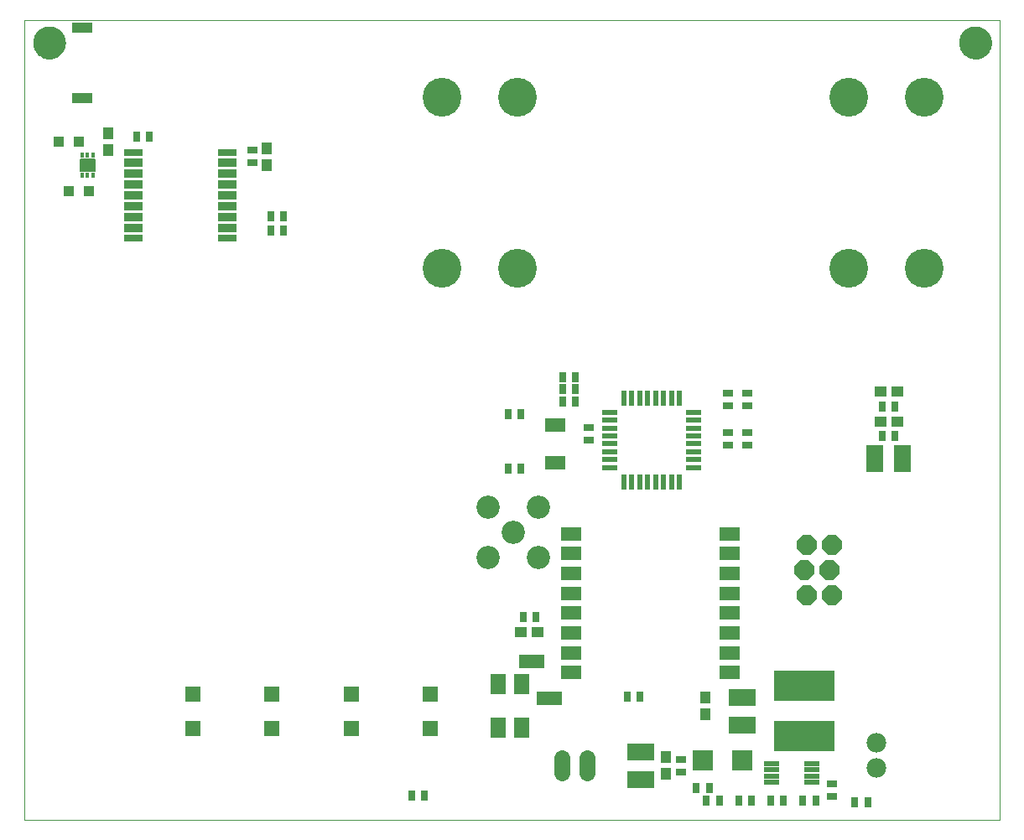
<source format=gts>
G75*
%MOIN*%
%OFA0B0*%
%FSLAX24Y24*%
%IPPOS*%
%LPD*%
%AMOC8*
5,1,8,0,0,1.08239X$1,22.5*
%
%ADD10C,0.0000*%
%ADD11C,0.1300*%
%ADD12R,0.0620X0.0240*%
%ADD13R,0.0240X0.0620*%
%ADD14R,0.0827X0.0434*%
%ADD15R,0.0827X0.0552*%
%ADD16R,0.0749X0.0355*%
%ADD17R,0.0749X0.0316*%
%ADD18C,0.0926*%
%ADD19R,0.0631X0.0631*%
%ADD20R,0.0394X0.0316*%
%ADD21R,0.0316X0.0394*%
%ADD22R,0.0434X0.0434*%
%ADD23R,0.0434X0.0473*%
%ADD24R,0.0473X0.0434*%
%ADD25R,0.1103X0.0670*%
%ADD26C,0.1540*%
%ADD27OC8,0.0780*%
%ADD28R,0.0640X0.0220*%
%ADD29R,0.0827X0.0827*%
%ADD30R,0.0150X0.0237*%
%ADD31C,0.0054*%
%ADD32C,0.0780*%
%ADD33R,0.2402X0.1221*%
%ADD34R,0.0670X0.1103*%
%ADD35R,0.1040X0.0540*%
%ADD36R,0.0591X0.0788*%
%ADD37C,0.0640*%
D10*
X000574Y000251D02*
X000574Y032054D01*
X039341Y032054D01*
X039341Y000251D01*
X000574Y000251D01*
X000928Y031156D02*
X000930Y031206D01*
X000936Y031256D01*
X000946Y031305D01*
X000960Y031353D01*
X000977Y031400D01*
X000998Y031445D01*
X001023Y031489D01*
X001051Y031530D01*
X001083Y031569D01*
X001117Y031606D01*
X001154Y031640D01*
X001194Y031670D01*
X001236Y031697D01*
X001280Y031721D01*
X001326Y031742D01*
X001373Y031758D01*
X001421Y031771D01*
X001471Y031780D01*
X001520Y031785D01*
X001571Y031786D01*
X001621Y031783D01*
X001670Y031776D01*
X001719Y031765D01*
X001767Y031750D01*
X001813Y031732D01*
X001858Y031710D01*
X001901Y031684D01*
X001942Y031655D01*
X001981Y031623D01*
X002017Y031588D01*
X002049Y031550D01*
X002079Y031510D01*
X002106Y031467D01*
X002129Y031423D01*
X002148Y031377D01*
X002164Y031329D01*
X002176Y031280D01*
X002184Y031231D01*
X002188Y031181D01*
X002188Y031131D01*
X002184Y031081D01*
X002176Y031032D01*
X002164Y030983D01*
X002148Y030935D01*
X002129Y030889D01*
X002106Y030845D01*
X002079Y030802D01*
X002049Y030762D01*
X002017Y030724D01*
X001981Y030689D01*
X001942Y030657D01*
X001901Y030628D01*
X001858Y030602D01*
X001813Y030580D01*
X001767Y030562D01*
X001719Y030547D01*
X001670Y030536D01*
X001621Y030529D01*
X001571Y030526D01*
X001520Y030527D01*
X001471Y030532D01*
X001421Y030541D01*
X001373Y030554D01*
X001326Y030570D01*
X001280Y030591D01*
X001236Y030615D01*
X001194Y030642D01*
X001154Y030672D01*
X001117Y030706D01*
X001083Y030743D01*
X001051Y030782D01*
X001023Y030823D01*
X000998Y030867D01*
X000977Y030912D01*
X000960Y030959D01*
X000946Y031007D01*
X000936Y031056D01*
X000930Y031106D01*
X000928Y031156D01*
X037739Y031156D02*
X037741Y031206D01*
X037747Y031256D01*
X037757Y031305D01*
X037771Y031353D01*
X037788Y031400D01*
X037809Y031445D01*
X037834Y031489D01*
X037862Y031530D01*
X037894Y031569D01*
X037928Y031606D01*
X037965Y031640D01*
X038005Y031670D01*
X038047Y031697D01*
X038091Y031721D01*
X038137Y031742D01*
X038184Y031758D01*
X038232Y031771D01*
X038282Y031780D01*
X038331Y031785D01*
X038382Y031786D01*
X038432Y031783D01*
X038481Y031776D01*
X038530Y031765D01*
X038578Y031750D01*
X038624Y031732D01*
X038669Y031710D01*
X038712Y031684D01*
X038753Y031655D01*
X038792Y031623D01*
X038828Y031588D01*
X038860Y031550D01*
X038890Y031510D01*
X038917Y031467D01*
X038940Y031423D01*
X038959Y031377D01*
X038975Y031329D01*
X038987Y031280D01*
X038995Y031231D01*
X038999Y031181D01*
X038999Y031131D01*
X038995Y031081D01*
X038987Y031032D01*
X038975Y030983D01*
X038959Y030935D01*
X038940Y030889D01*
X038917Y030845D01*
X038890Y030802D01*
X038860Y030762D01*
X038828Y030724D01*
X038792Y030689D01*
X038753Y030657D01*
X038712Y030628D01*
X038669Y030602D01*
X038624Y030580D01*
X038578Y030562D01*
X038530Y030547D01*
X038481Y030536D01*
X038432Y030529D01*
X038382Y030526D01*
X038331Y030527D01*
X038282Y030532D01*
X038232Y030541D01*
X038184Y030554D01*
X038137Y030570D01*
X038091Y030591D01*
X038047Y030615D01*
X038005Y030642D01*
X037965Y030672D01*
X037928Y030706D01*
X037894Y030743D01*
X037862Y030782D01*
X037834Y030823D01*
X037809Y030867D01*
X037788Y030912D01*
X037771Y030959D01*
X037757Y031007D01*
X037747Y031056D01*
X037741Y031106D01*
X037739Y031156D01*
D11*
X038369Y031156D03*
X001558Y031156D03*
D12*
X023837Y016469D03*
X023837Y016159D03*
X023837Y015839D03*
X023837Y015529D03*
X023837Y015209D03*
X023837Y014899D03*
X023837Y014579D03*
X023837Y014269D03*
X027177Y014269D03*
X027177Y014579D03*
X027177Y014899D03*
X027177Y015209D03*
X027177Y015529D03*
X027177Y015839D03*
X027177Y016159D03*
X027177Y016469D03*
D13*
X026607Y017039D03*
X026297Y017039D03*
X025977Y017039D03*
X025667Y017039D03*
X025347Y017039D03*
X025037Y017039D03*
X024717Y017039D03*
X024407Y017039D03*
X024407Y013699D03*
X024717Y013699D03*
X025037Y013699D03*
X025347Y013699D03*
X025667Y013699D03*
X025977Y013699D03*
X026297Y013699D03*
X026607Y013699D03*
D14*
X002873Y028961D03*
X002873Y031757D03*
D15*
X021676Y015959D03*
X021676Y014463D03*
X022298Y011629D03*
X022298Y010841D03*
X022298Y010054D03*
X022298Y009267D03*
X022298Y008479D03*
X022298Y007692D03*
X022298Y006904D03*
X022298Y006117D03*
X028597Y006117D03*
X028597Y006904D03*
X028597Y007692D03*
X028597Y008479D03*
X028597Y009267D03*
X028597Y010054D03*
X028597Y010841D03*
X028597Y011629D03*
D16*
X008652Y023786D03*
X008652Y024219D03*
X008652Y024652D03*
X008652Y025085D03*
X008652Y025519D03*
X008652Y025952D03*
X008652Y026385D03*
X004912Y026385D03*
X004912Y025952D03*
X004912Y025519D03*
X004912Y025085D03*
X004912Y024652D03*
X004912Y024219D03*
X004912Y023786D03*
D17*
X004912Y023373D03*
X008652Y023373D03*
X008652Y026798D03*
X004912Y026798D03*
D18*
X018991Y012700D03*
X019991Y011700D03*
X020991Y012700D03*
X020991Y010700D03*
X018991Y010700D03*
D19*
X016715Y005270D03*
X016715Y003893D03*
X013566Y003893D03*
X013566Y005270D03*
X010416Y005270D03*
X010416Y003893D03*
X007267Y003893D03*
X007267Y005270D03*
D20*
X023015Y015349D03*
X023015Y015861D03*
X028526Y015664D03*
X028526Y015152D03*
X029314Y015152D03*
X029314Y015664D03*
X029314Y016727D03*
X029314Y017239D03*
X028526Y017239D03*
X028526Y016727D03*
X026656Y002672D03*
X026656Y002160D03*
X032660Y001688D03*
X032660Y001176D03*
X009629Y026373D03*
X009629Y026885D03*
D21*
X010357Y024267D03*
X010869Y024267D03*
X010869Y023676D03*
X010357Y023676D03*
X005554Y027416D03*
X005042Y027416D03*
X019806Y016393D03*
X020318Y016393D03*
X021971Y016885D03*
X021971Y017377D03*
X022483Y017377D03*
X022483Y016885D03*
X022483Y017869D03*
X021971Y017869D03*
X020318Y014227D03*
X019806Y014227D03*
X020397Y008322D03*
X020908Y008322D03*
X024530Y005172D03*
X025042Y005172D03*
X027286Y001530D03*
X027798Y001530D03*
X027680Y001038D03*
X028192Y001038D03*
X028960Y001038D03*
X029471Y001038D03*
X030239Y001038D03*
X030751Y001038D03*
X031519Y001038D03*
X032030Y001038D03*
X033586Y000940D03*
X034097Y000940D03*
X016479Y001235D03*
X015967Y001235D03*
X034668Y015507D03*
X035180Y015507D03*
X035180Y016688D03*
X034668Y016688D03*
D22*
X003133Y025251D03*
X002345Y025251D03*
X001952Y027219D03*
X002739Y027219D03*
D23*
X003920Y026885D03*
X003920Y027554D03*
X010219Y026963D03*
X010219Y026294D03*
X027641Y005113D03*
X027641Y004444D03*
X026066Y002751D03*
X026066Y002081D03*
D24*
X020987Y007731D03*
X020318Y007731D03*
X034589Y016097D03*
X035259Y016097D03*
X035259Y017278D03*
X034589Y017278D03*
D25*
X029117Y005133D03*
X029117Y004030D03*
X025082Y002967D03*
X025082Y001865D03*
D26*
X020160Y022200D03*
X017168Y022200D03*
X017168Y028991D03*
X020160Y028991D03*
X033349Y028991D03*
X036341Y028991D03*
X036341Y022200D03*
X033349Y022200D03*
D27*
X032676Y011176D03*
X031676Y011176D03*
X031576Y010176D03*
X032576Y010176D03*
X032676Y009176D03*
X031676Y009176D03*
D28*
X031886Y002501D03*
X031886Y002251D03*
X031886Y001991D03*
X031886Y001741D03*
X030286Y001741D03*
X030286Y001991D03*
X030286Y002251D03*
X030286Y002501D03*
D29*
X029117Y002613D03*
X027542Y002613D03*
D30*
X003290Y025900D03*
X003074Y025900D03*
X002857Y025900D03*
X002857Y026688D03*
X003074Y026688D03*
X003290Y026688D03*
D31*
X002792Y026539D02*
X002792Y026049D01*
X002792Y026539D02*
X003356Y026539D01*
X003356Y026049D01*
X002792Y026049D01*
X002792Y026102D02*
X003356Y026102D01*
X003356Y026155D02*
X002792Y026155D01*
X002792Y026208D02*
X003356Y026208D01*
X003356Y026261D02*
X002792Y026261D01*
X002792Y026314D02*
X003356Y026314D01*
X003356Y026367D02*
X002792Y026367D01*
X002792Y026420D02*
X003356Y026420D01*
X003356Y026473D02*
X002792Y026473D01*
X002792Y026526D02*
X003356Y026526D01*
D32*
X034432Y003318D03*
X034432Y002318D03*
D33*
X031578Y003581D03*
X031578Y005581D03*
D34*
X034373Y014621D03*
X035475Y014621D03*
D35*
X021440Y005074D03*
X020751Y006550D03*
D36*
X020337Y005644D03*
X019393Y005644D03*
X019393Y003912D03*
X020337Y003912D03*
D37*
X021924Y002716D02*
X021924Y002116D01*
X022924Y002116D02*
X022924Y002716D01*
M02*

</source>
